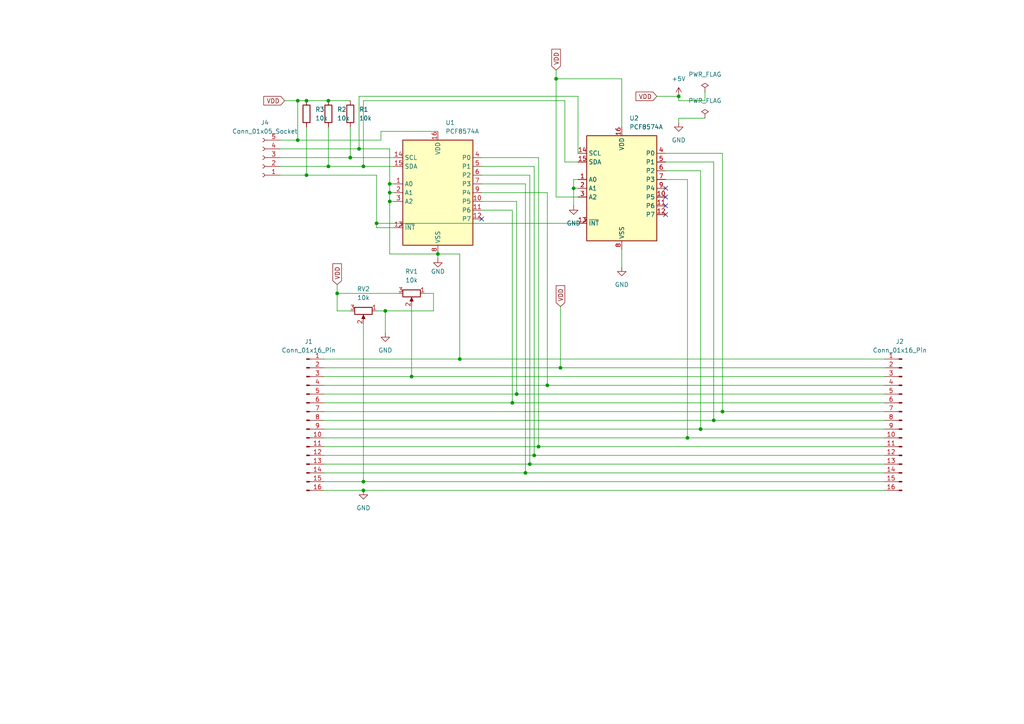
<source format=kicad_sch>
(kicad_sch (version 20231120) (generator "eeschema") (generator_version "8.0")
  (paper "A4")
  (lib_symbols
    (symbol "Connector:Conn_01x05_Socket" (pin_names (offset 1.016) hide)
      (property "Reference" "J4" (at -0.635 -10.16 0))
      (property "Value" "Conn_01x05_Socket" (at -0.635 -7.62 0))
      (symbol "Conn_01x05_Socket_1_1"
        (arc (start 0 -4.572) (mid -0.5058 -5.08) (end 0 -5.588) (stroke (width 0.1524)))
        (arc (start 0 -2.032) (mid -0.5058 -2.54) (end 0 -3.048) (stroke (width 0.1524)))
        (polyline (pts (xy -1.27 -5.08) (xy -0.508 -5.08)) (stroke (width 0.1524)))
        (polyline (pts (xy -1.27 -2.54) (xy -0.508 -2.54)) (stroke (width 0.1524)))
        (polyline (pts (xy -1.27 0) (xy -0.508 0)) (stroke (width 0.1524)))
        (polyline (pts (xy -1.27 2.54) (xy -0.508 2.54)) (stroke (width 0.1524)))
        (polyline (pts (xy -1.27 5.08) (xy -0.508 5.08)) (stroke (width 0.1524)))
        (arc (start 0 0.508) (mid -0.5058 0) (end 0 -0.508) (stroke (width 0.1524)))
        (arc (start 0 3.048) (mid -0.5058 2.54) (end 0 2.032) (stroke (width 0.1524)))
        (arc (start 0 5.588) (mid -0.5058 5.08) (end 0 4.572) (stroke (width 0.1524)))
        (pin passive line (at -5.08 5.08 0) (length 3.81) (name "Pin_VDD") (number "1"))
        (pin passive line (at -5.08 2.54 0) (length 3.81) (name "Pin_GND") (number "2"))
        (pin passive line (at -5.08 0 0) (length 3.81) (name "Pin_SCL") (number "3"))
        (pin passive line (at -5.08 -2.54 0) (length 3.81) (name "Pin_SDA") (number "4"))
        (pin passive line (at -5.08 -5.08 0) (length 3.81) (name "Pin_INT") (number "5"))
      )
    )
    (symbol "Connector:Conn_01x16_Pin" (pin_names (offset 1.016) hide)
      (property "Reference" "J" (at 0 20.32 0))
      (property "Value" "Conn_01x16_Pin" (at 0 -22.86 0))
      (symbol "Conn_01x16_Pin_1_1"
        (polyline (pts (xy 1.27 -20.32) (xy 0.8636 -20.32)) (stroke (width 0.1524)))
        (polyline (pts (xy 1.27 -17.78) (xy 0.8636 -17.78)) (stroke (width 0.1524)))
        (polyline (pts (xy 1.27 -15.24) (xy 0.8636 -15.24)) (stroke (width 0.1524)))
        (polyline (pts (xy 1.27 -12.7) (xy 0.8636 -12.7)) (stroke (width 0.1524)))
        (polyline (pts (xy 1.27 -10.16) (xy 0.8636 -10.16)) (stroke (width 0.1524)))
        (polyline (pts (xy 1.27 -7.62) (xy 0.8636 -7.62)) (stroke (width 0.1524)))
        (polyline (pts (xy 1.27 -5.08) (xy 0.8636 -5.08)) (stroke (width 0.1524)))
        (polyline (pts (xy 1.27 -2.54) (xy 0.8636 -2.54)) (stroke (width 0.1524)))
        (polyline (pts (xy 1.27 0) (xy 0.8636 0)) (stroke (width 0.1524)))
        (polyline (pts (xy 1.27 2.54) (xy 0.8636 2.54)) (stroke (width 0.1524)))
        (polyline (pts (xy 1.27 5.08) (xy 0.8636 5.08)) (stroke (width 0.1524)))
        (polyline (pts (xy 1.27 7.62) (xy 0.8636 7.62)) (stroke (width 0.1524)))
        (polyline (pts (xy 1.27 10.16) (xy 0.8636 10.16)) (stroke (width 0.1524)))
        (polyline (pts (xy 1.27 12.7) (xy 0.8636 12.7)) (stroke (width 0.1524)))
        (polyline (pts (xy 1.27 15.24) (xy 0.8636 15.24)) (stroke (width 0.1524)))
        (polyline (pts (xy 1.27 17.78) (xy 0.8636 17.78)) (stroke (width 0.1524)))
        (rectangle (start 0.8636 -20.193) (end 0 -20.447) (stroke (width 0.1524)) (fill (type outline)))
        (rectangle (start 0.8636 -17.653) (end 0 -17.907) (stroke (width 0.1524)) (fill (type outline)))
        (rectangle (start 0.8636 -15.113) (end 0 -15.367) (stroke (width 0.1524)) (fill (type outline)))
        (rectangle (start 0.8636 -12.573) (end 0 -12.827) (stroke (width 0.1524)) (fill (type outline)))
        (rectangle (start 0.8636 -10.033) (end 0 -10.287) (stroke (width 0.1524)) (fill (type outline)))
        (rectangle (start 0.8636 -7.493) (end 0 -7.747) (stroke (width 0.1524)) (fill (type outline)))
        (rectangle (start 0.8636 -4.953) (end 0 -5.207) (stroke (width 0.1524)) (fill (type outline)))
        (rectangle (start 0.8636 -2.413) (end 0 -2.667) (stroke (width 0.1524)) (fill (type outline)))
        (rectangle (start 0.8636 0.127) (end 0 -0.127) (stroke (width 0.1524)) (fill (type outline)))
        (rectangle (start 0.8636 2.667) (end 0 2.413) (stroke (width 0.1524)) (fill (type outline)))
        (rectangle (start 0.8636 5.207) (end 0 4.953) (stroke (width 0.1524)) (fill (type outline)))
        (rectangle (start 0.8636 7.747) (end 0 7.493) (stroke (width 0.1524)) (fill (type outline)))
        (rectangle (start 0.8636 10.287) (end 0 10.033) (stroke (width 0.1524)) (fill (type outline)))
        (rectangle (start 0.8636 12.827) (end 0 12.573) (stroke (width 0.1524)) (fill (type outline)))
        (rectangle (start 0.8636 15.367) (end 0 15.113) (stroke (width 0.1524)) (fill (type outline)))
        (rectangle (start 0.8636 17.907) (end 0 17.653) (stroke (width 0.1524)) (fill (type outline)))
        (pin passive line (at 5.08 17.78 180) (length 3.81) (name "Pin_1") (number "1"))
        (pin passive line (at 5.08 -5.08 180) (length 3.81) (name "Pin_10") (number "10"))
        (pin passive line (at 5.08 -7.62 180) (length 3.81) (name "Pin_11") (number "11"))
        (pin passive line (at 5.08 -10.16 180) (length 3.81) (name "Pin_12") (number "12"))
        (pin passive line (at 5.08 -12.7 180) (length 3.81) (name "Pin_13") (number "13"))
        (pin passive line (at 5.08 -15.24 180) (length 3.81) (name "Pin_14") (number "14"))
        (pin passive line (at 5.08 -17.78 180) (length 3.81) (name "Pin_15") (number "15"))
        (pin passive line (at 5.08 -20.32 180) (length 3.81) (name "Pin_16") (number "16"))
        (pin passive line (at 5.08 15.24 180) (length 3.81) (name "Pin_2") (number "2"))
        (pin passive line (at 5.08 12.7 180) (length 3.81) (name "Pin_3") (number "3"))
        (pin passive line (at 5.08 10.16 180) (length 3.81) (name "Pin_4") (number "4"))
        (pin passive line (at 5.08 7.62 180) (length 3.81) (name "Pin_5") (number "5"))
        (pin passive line (at 5.08 5.08 180) (length 3.81) (name "Pin_6") (number "6"))
        (pin passive line (at 5.08 2.54 180) (length 3.81) (name "Pin_7") (number "7"))
        (pin passive line (at 5.08 0 180) (length 3.81) (name "Pin_8") (number "8"))
        (pin passive line (at 5.08 -2.54 180) (length 3.81) (name "Pin_9") (number "9"))
      )
    )
    (symbol "Device:R" (pin_numbers hide) (pin_names (offset 0))
      (property "Reference" "R" (at 2.032 0 90))
      (property "Value" "R" (at 0 0 90))
      (symbol "R_0_1"
        (rectangle (start -1.016 -2.54) (end 1.016 2.54) (stroke (width 0.254)))
      )
      (symbol "R_1_1"
        (pin passive line (at 0 3.81 270) (length 1.27) (name "~") (number "1"))
        (pin passive line (at 0 -3.81 90) (length 1.27) (name "~") (number "2"))
      )
    )
    (symbol "Device:R_Potentiometer" (pin_names (offset 1.016) hide)
      (property "Reference" "RV" (at -4.445 0 90))
      (property "Value" "R_Potentiometer" (at -2.54 0 90))
      (symbol "R_Potentiometer_0_1"
        (polyline (pts (xy 2.54 0) (xy 1.524 0)))
        (polyline (pts (xy 1.143 0) (xy 2.286 0.508) (xy 2.286 -0.508) (xy 1.143 0)) (fill (type outline)))
        (rectangle (start 1.016 2.54) (end -1.016 -2.54) (stroke (width 0.254)))
      )
      (symbol "R_Potentiometer_1_1"
        (pin passive line (at 0 3.81 270) (length 1.27) (name "1") (number "1"))
        (pin passive line (at 3.81 0 180) (length 1.27) (name "2") (number "2"))
        (pin passive line (at 0 -3.81 90) (length 1.27) (name "3") (number "3"))
      )
    )
    (symbol "Interface_Expansion:PCF8574A"
      (property "Reference" "U" (at -8.89 16.51 0))
      (property "Value" "PCF8574A" (at 2.54 16.51 0))
      (symbol "PCF8574A_0_1"
        (rectangle (start -10.16 15.24) (end 10.16 -15.24) (stroke (width 0.254)) (fill (type background)))
      )
      (symbol "PCF8574A_1_1"
        (pin input line (at -12.7 2.54 0) (length 2.54) (name "A0") (number "1"))
        (pin bidirectional line (at 12.7 -2.54 180) (length 2.54) (name "P5") (number "10"))
        (pin bidirectional line (at 12.7 -5.08 180) (length 2.54) (name "P6") (number "11"))
        (pin bidirectional line (at 12.7 -7.62 180) (length 2.54) (name "P7") (number "12"))
        (pin open_collector output_low (at -12.7 -10.16 0) (length 2.54) (name "~{INT}") (number "13"))
        (pin input line (at -12.7 10.16 0) (length 2.54) (name "SCL") (number "14"))
        (pin bidirectional line (at -12.7 7.62 0) (length 2.54) (name "SDA") (number "15"))
        (pin power_in line (at 0 17.78 270) (length 2.54) (name "VDD") (number "16"))
        (pin input line (at -12.7 0 0) (length 2.54) (name "A1") (number "2"))
        (pin input line (at -12.7 -2.54 0) (length 2.54) (name "A2") (number "3"))
        (pin bidirectional line (at 12.7 10.16 180) (length 2.54) (name "P0") (number "4"))
        (pin bidirectional line (at 12.7 7.62 180) (length 2.54) (name "P1") (number "5"))
        (pin bidirectional line (at 12.7 5.08 180) (length 2.54) (name "P2") (number "6"))
        (pin bidirectional line (at 12.7 2.54 180) (length 2.54) (name "P3") (number "7"))
        (pin power_in line (at 0 -17.78 90) (length 2.54) (name "VSS") (number "8"))
        (pin bidirectional line (at 12.7 0 180) (length 2.54) (name "P4") (number "9"))
      )
    )
    (symbol "power:+5V" (power) (pin_numbers hide) (pin_names (offset 0) hide)
      (property "Value" "+5V" (at 0 3.556 0))
      (symbol "+5V_0_1"
        (polyline (pts (xy -0.762 1.27) (xy 0 2.54)))
        (polyline (pts (xy 0 0) (xy 0 2.54)))
        (polyline (pts (xy 0 2.54) (xy 0.762 1.27)))
      )
      (symbol "+5V_1_1"
        (pin power_in line (at 0 0 90) (length 0) (name "~") (number "1"))
      )
    )
    (symbol "power:GND" (power) (pin_numbers hide) (pin_names (offset 0) hide)
      (property "Value" "GND" (at 0 -3.81 0))
      (symbol "GND_0_1"
        (polyline (pts (xy 0 0) (xy 0 -1.27) (xy 1.27 -1.27) (xy 0 -2.54) (xy -1.27 -1.27) (xy 0 -1.27)))
      )
      (symbol "GND_1_1"
        (pin power_in line (at 0 0 270) (length 0) (name "~") (number "1"))
      )
    )
    (symbol "power:PWR_FLAG" (power) (pin_numbers hide) (pin_names (offset 0) hide)
      (property "Value" "PWR_FLAG" (at 0 3.81 0))
      (symbol "PWR_FLAG_0_0"
        (pin power_out line (at 0 0 90) (length 0) (name "~") (number "1"))
      )
      (symbol "PWR_FLAG_0_1"
        (polyline (pts (xy 0 0) (xy 0 1.27) (xy -1.016 1.905) (xy 0 2.54) (xy 1.016 1.905) (xy 0 1.27)))
      )
    )
  )
  (junction (at 161.29 22.86))
  (junction (at 158.75 111.76))
  (junction (at 149.86 114.3))
  (junction (at 152.4 137.16))
  (junction (at 86.36 29.21))
  (junction (at 207.01 121.92))
  (junction (at 127 73.66))
  (junction (at 101.6 45.72))
  (junction (at 95.25 29.21))
  (junction (at 166.37 54.61))
  (junction (at 105.41 142.24))
  (junction (at 105.41 139.7))
  (junction (at 209.55 119.38))
  (junction (at 109.22 64.77))
  (junction (at 113.03 55.88))
  (junction (at 153.67 134.62))
  (junction (at 156.21 129.54))
  (junction (at 119.38 109.22))
  (junction (at 154.94 132.08))
  (junction (at 148.59 116.84))
  (junction (at 105.41 48.26))
  (junction (at 199.39 127))
  (junction (at 111.76 90.17))
  (junction (at 88.9 50.8))
  (junction (at 196.85 27.94))
  (junction (at 162.56 106.68))
  (junction (at 95.25 48.26))
  (junction (at 97.79 85.09))
  (junction (at 88.9 29.21))
  (junction (at 113.03 58.42))
  (junction (at 113.03 53.34))
  (junction (at 203.2 124.46))
  (junction (at 133.35 104.14))
  (junction (at 86.36 40.64))
  (junction (at 104.14 43.18))
  (no_connect (at 193.04 59.69))
  (no_connect (at 193.04 54.61))
  (no_connect (at 193.04 57.15))
  (no_connect (at 139.7 63.5))
  (no_connect (at 193.04 62.23))
  (wire (pts (xy 93.98 127) (xy 199.39 127)))
  (wire (pts (xy 113.03 55.88) (xy 113.03 58.42)))
  (wire (pts (xy 203.2 124.46) (xy 256.54 124.46)))
  (wire (pts (xy 86.36 29.21) (xy 86.36 40.64)))
  (wire (pts (xy 196.85 34.29) (xy 196.85 35.56)))
  (wire (pts (xy 88.9 36.83) (xy 88.9 50.8)))
  (wire (pts (xy 207.01 121.92) (xy 256.54 121.92)))
  (wire (pts (xy 93.98 121.92) (xy 207.01 121.92)))
  (wire (pts (xy 97.79 90.17) (xy 97.79 85.09)))
  (wire (pts (xy 104.14 27.94) (xy 104.14 43.18)))
  (wire (pts (xy 161.29 22.86) (xy 180.34 22.86)))
  (wire (pts (xy 105.41 48.26) (xy 114.3 48.26)))
  (wire (pts (xy 101.6 45.72) (xy 81.28 45.72)))
  (wire (pts (xy 113.03 43.18) (xy 113.03 53.34)))
  (wire (pts (xy 125.73 85.09) (xy 123.19 85.09)))
  (wire (pts (xy 162.56 88.9) (xy 162.56 106.68)))
  (wire (pts (xy 93.98 114.3) (xy 149.86 114.3)))
  (wire (pts (xy 167.64 46.99) (xy 163.83 46.99)))
  (wire (pts (xy 139.7 58.42) (xy 149.86 58.42)))
  (wire (pts (xy 153.67 50.8) (xy 153.67 134.62)))
  (wire (pts (xy 180.34 72.39) (xy 180.34 77.47)))
  (wire (pts (xy 97.79 85.09) (xy 97.79 82.55)))
  (wire (pts (xy 161.29 20.32) (xy 161.29 22.86)))
  (wire (pts (xy 93.98 132.08) (xy 154.94 132.08)))
  (wire (pts (xy 125.73 90.17) (xy 125.73 85.09)))
  (wire (pts (xy 167.64 57.15) (xy 161.29 57.15)))
  (wire (pts (xy 93.98 106.68) (xy 162.56 106.68)))
  (wire (pts (xy 114.3 53.34) (xy 113.03 53.34)))
  (wire (pts (xy 161.29 22.86) (xy 161.29 57.15)))
  (wire (pts (xy 167.64 64.77) (xy 109.22 64.77)))
  (wire (pts (xy 133.35 73.66) (xy 133.35 104.14)))
  (wire (pts (xy 139.7 50.8) (xy 153.67 50.8)))
  (wire (pts (xy 139.7 48.26) (xy 154.94 48.26)))
  (wire (pts (xy 93.98 119.38) (xy 209.55 119.38)))
  (wire (pts (xy 101.6 36.83) (xy 101.6 45.72)))
  (wire (pts (xy 139.7 60.96) (xy 148.59 60.96)))
  (wire (pts (xy 190.5 27.94) (xy 196.85 27.94)))
  (wire (pts (xy 149.86 58.42) (xy 149.86 114.3)))
  (wire (pts (xy 88.9 29.21) (xy 95.25 29.21)))
  (wire (pts (xy 203.2 49.53) (xy 203.2 124.46)))
  (wire (pts (xy 199.39 52.07) (xy 199.39 127)))
  (wire (pts (xy 95.25 48.26) (xy 105.41 48.26)))
  (wire (pts (xy 167.64 52.07) (xy 166.37 52.07)))
  (wire (pts (xy 152.4 137.16) (xy 256.54 137.16)))
  (wire (pts (xy 148.59 116.84) (xy 256.54 116.84)))
  (wire (pts (xy 193.04 49.53) (xy 203.2 49.53)))
  (wire (pts (xy 119.38 109.22) (xy 256.54 109.22)))
  (wire (pts (xy 156.21 129.54) (xy 256.54 129.54)))
  (wire (pts (xy 114.3 45.72) (xy 101.6 45.72)))
  (wire (pts (xy 180.34 22.86) (xy 180.34 36.83)))
  (wire (pts (xy 105.41 93.98) (xy 105.41 139.7)))
  (wire (pts (xy 95.25 29.21) (xy 101.6 29.21)))
  (wire (pts (xy 133.35 104.14) (xy 256.54 104.14)))
  (wire (pts (xy 81.28 48.26) (xy 95.25 48.26)))
  (wire (pts (xy 111.76 90.17) (xy 125.73 90.17)))
  (wire (pts (xy 109.22 50.8) (xy 88.9 50.8)))
  (wire (pts (xy 88.9 50.8) (xy 81.28 50.8)))
  (wire (pts (xy 111.76 90.17) (xy 111.76 96.52)))
  (wire (pts (xy 127 73.66) (xy 133.35 73.66)))
  (wire (pts (xy 101.6 90.17) (xy 97.79 90.17)))
  (wire (pts (xy 113.03 73.66) (xy 127 73.66)))
  (wire (pts (xy 149.86 114.3) (xy 256.54 114.3)))
  (wire (pts (xy 93.98 137.16) (xy 152.4 137.16)))
  (wire (pts (xy 139.7 55.88) (xy 158.75 55.88)))
  (wire (pts (xy 97.79 85.09) (xy 115.57 85.09)))
  (wire (pts (xy 158.75 55.88) (xy 158.75 111.76)))
  (wire (pts (xy 93.98 134.62) (xy 153.67 134.62)))
  (wire (pts (xy 167.64 27.94) (xy 104.14 27.94)))
  (wire (pts (xy 86.36 40.64) (xy 110.49 40.64)))
  (wire (pts (xy 93.98 124.46) (xy 203.2 124.46)))
  (wire (pts (xy 204.47 26.67) (xy 204.47 29.21)))
  (wire (pts (xy 119.38 88.9) (xy 119.38 109.22)))
  (wire (pts (xy 113.03 53.34) (xy 113.03 55.88)))
  (wire (pts (xy 154.94 48.26) (xy 154.94 132.08)))
  (wire (pts (xy 204.47 34.29) (xy 196.85 34.29)))
  (wire (pts (xy 166.37 54.61) (xy 167.64 54.61)))
  (wire (pts (xy 148.59 60.96) (xy 148.59 116.84)))
  (wire (pts (xy 110.49 40.64) (xy 110.49 38.1)))
  (wire (pts (xy 154.94 132.08) (xy 256.54 132.08)))
  (wire (pts (xy 127 73.66) (xy 127 74.93)))
  (wire (pts (xy 193.04 52.07) (xy 199.39 52.07)))
  (wire (pts (xy 193.04 46.99) (xy 207.01 46.99)))
  (wire (pts (xy 199.39 127) (xy 256.54 127)))
  (wire (pts (xy 193.04 44.45) (xy 209.55 44.45)))
  (wire (pts (xy 163.83 46.99) (xy 163.83 29.21)))
  (wire (pts (xy 163.83 29.21) (xy 105.41 29.21)))
  (wire (pts (xy 113.03 55.88) (xy 114.3 55.88)))
  (wire (pts (xy 139.7 45.72) (xy 156.21 45.72)))
  (wire (pts (xy 104.14 43.18) (xy 113.03 43.18)))
  (wire (pts (xy 109.22 50.8) (xy 109.22 64.77)))
  (wire (pts (xy 162.56 106.68) (xy 256.54 106.68)))
  (wire (pts (xy 95.25 36.83) (xy 95.25 48.26)))
  (wire (pts (xy 204.47 29.21) (xy 196.85 29.21)))
  (wire (pts (xy 152.4 53.34) (xy 152.4 137.16)))
  (wire (pts (xy 196.85 29.21) (xy 196.85 27.94)))
  (wire (pts (xy 209.55 119.38) (xy 256.54 119.38)))
  (wire (pts (xy 93.98 104.14) (xy 133.35 104.14)))
  (wire (pts (xy 113.03 58.42) (xy 113.03 73.66)))
  (wire (pts (xy 139.7 53.34) (xy 152.4 53.34)))
  (wire (pts (xy 93.98 109.22) (xy 119.38 109.22)))
  (wire (pts (xy 153.67 134.62) (xy 256.54 134.62)))
  (wire (pts (xy 110.49 38.1) (xy 127 38.1)))
  (wire (pts (xy 166.37 54.61) (xy 166.37 59.69)))
  (wire (pts (xy 86.36 40.64) (xy 81.28 40.64)))
  (wire (pts (xy 166.37 52.07) (xy 166.37 54.61)))
  (wire (pts (xy 109.22 90.17) (xy 111.76 90.17)))
  (wire (pts (xy 93.98 129.54) (xy 156.21 129.54)))
  (wire (pts (xy 105.41 139.7) (xy 256.54 139.7)))
  (wire (pts (xy 81.28 43.18) (xy 104.14 43.18)))
  (wire (pts (xy 93.98 116.84) (xy 148.59 116.84)))
  (wire (pts (xy 209.55 44.45) (xy 209.55 119.38)))
  (wire (pts (xy 158.75 111.76) (xy 256.54 111.76)))
  (wire (pts (xy 113.03 58.42) (xy 114.3 58.42)))
  (wire (pts (xy 93.98 142.24) (xy 105.41 142.24)))
  (wire (pts (xy 207.01 46.99) (xy 207.01 121.92)))
  (wire (pts (xy 105.41 142.24) (xy 256.54 142.24)))
  (wire (pts (xy 109.22 64.77) (xy 109.22 66.04)))
  (wire (pts (xy 105.41 29.21) (xy 105.41 48.26)))
  (wire (pts (xy 82.55 29.21) (xy 86.36 29.21)))
  (wire (pts (xy 86.36 29.21) (xy 88.9 29.21)))
  (wire (pts (xy 114.3 66.04) (xy 109.22 66.04)))
  (wire (pts (xy 93.98 111.76) (xy 158.75 111.76)))
  (wire (pts (xy 167.64 44.45) (xy 167.64 27.94)))
  (wire (pts (xy 93.98 139.7) (xy 105.41 139.7)))
  (wire (pts (xy 156.21 45.72) (xy 156.21 129.54)))
  (global_label "VDD" (shape input) (at 97.79 82.55 90) (property "Intersheetrefs" "${INTERSHEET_REFS}" (effects (hide yes))))
  (global_label "VDD" (shape input) (at 82.55 29.21 180) (property "Intersheetrefs" "${INTERSHEET_REFS}" (effects (hide yes))))
  (global_label "VDD" (shape input) (at 190.5 27.94 180) (property "Intersheetrefs" "${INTERSHEET_REFS}" (effects (hide yes))))
  (global_label "VDD" (shape input) (at 161.29 20.32 90) (property "Intersheetrefs" "${INTERSHEET_REFS}" (effects (hide yes))))
  (global_label "VDD" (shape input) (at 162.56 88.9 90) (property "Intersheetrefs" "${INTERSHEET_REFS}" (effects (hide yes))))
  (symbol (lib_id "Device:R") (at 95.25 33.02 0) (unit 1)
    (property "Reference" "R2" (at 97.79 31.7499 0) (effects (justify left)))
    (property "Value" "10k" (at 97.79 34.2899 0) (effects (justify left)))
    (property "Footprint" "Resistor_THT:R_Axial_DIN0204_L3.6mm_D1.6mm_P5.08mm_Horizontal" (effects (hide yes)))
    (property "Description" "Resistor" (effects (hide yes)))
  )
  (symbol (lib_id "Interface_Expansion:PCF8574A") (at 180.34 54.61 0) (unit 1)
    (property "Reference" "U2" (at 182.5341 34.29 0) (effects (justify left)))
    (property "Value" "PCF8574A" (at 182.5341 36.83 0) (effects (justify left)))
    (property "Footprint" "Package_DIP:DIP-16_W7.62mm_Socket" (effects (hide yes)))
    (property "Datasheet" "http://www.nxp.com/docs/en/data-sheet/PCF8574_PCF8574A.pdf" (effects (hide yes)))
    (property "Description" "8 Bit Port/Expander to I2C Bus, DIP/SOIC-16" (effects (hide yes)))
  )
  (symbol (lib_id "power:+5V") (at 196.85 27.94 0) (unit 1)
    (property "Reference" "#PWR04" (effects (hide yes)))
    (property "Value" "+5V" (at 196.85 22.86 0))
    (property "Description" "Power symbol creates a global label with name \"+5V\"" (effects (hide yes)))
  )
  (symbol (lib_id "Device:R") (at 88.9 33.02 0) (unit 1)
    (property "Reference" "R3" (at 91.44 31.7499 0) (effects (justify left)))
    (property "Value" "10k" (at 91.44 34.2899 0) (effects (justify left)))
    (property "Footprint" "Resistor_THT:R_Axial_DIN0204_L3.6mm_D1.6mm_P5.08mm_Horizontal" (effects (hide yes)))
    (property "Description" "Resistor" (effects (hide yes)))
  )
  (symbol (lib_id "power:GND") (at 111.76 96.52 0) (unit 1)
    (property "Reference" "#PWR01" (effects (hide yes)))
    (property "Value" "GND" (at 111.76 101.6 0))
    (property "Description" "Power symbol creates a global label with name \"GND\" , ground" (effects (hide yes)))
  )
  (symbol (lib_id "power:GND") (at 196.85 35.56 0) (unit 1)
    (property "Reference" "#PWR05" (effects (hide yes)))
    (property "Value" "GND" (at 196.85 40.64 0))
    (property "Description" "Power symbol creates a global label with name \"GND\" , ground" (effects (hide yes)))
  )
  (symbol (lib_id "Connector:Conn_01x16_Pin") (at 88.9 121.92 0) (unit 1)
    (property "Reference" "J1" (at 89.535 99.06 0))
    (property "Value" "Conn_01x16_Pin" (at 89.535 101.6 0))
    (property "Footprint" "Connector_PinSocket_2.54mm:PinSocket_1x16_P2.54mm_Vertical" (effects (hide yes)))
    (property "Description" "Generic connector, single row, 01x16, script generated" (effects (hide yes)))
  )
  (symbol (lib_id "power:GND") (at 105.41 142.24 0) (unit 1)
    (property "Reference" "#PWR03" (effects (hide yes)))
    (property "Value" "GND" (at 105.41 147.32 0))
    (property "Description" "Power symbol creates a global label with name \"GND\" , ground" (effects (hide yes)))
  )
  (symbol (lib_id "Device:R") (at 101.6 33.02 0) (unit 1)
    (property "Reference" "R1" (at 104.14 31.7499 0) (effects (justify left)))
    (property "Value" "10k" (at 104.14 34.2899 0) (effects (justify left)))
    (property "Footprint" "Resistor_THT:R_Axial_DIN0204_L3.6mm_D1.6mm_P5.08mm_Horizontal" (effects (hide yes)))
    (property "Description" "Resistor" (effects (hide yes)))
  )
  (symbol (lib_id "Device:R_Potentiometer") (at 105.41 90.17 270) (unit 1)
    (property "Reference" "RV2" (at 105.41 83.82 90))
    (property "Value" "10k" (at 105.41 86.36 90))
    (property "Footprint" "Potentiometer_THT:Potentiometer_ACP_CA6-H2,5_Horizontal" (effects (hide yes)))
    (property "Description" "Potentiometer" (effects (hide yes)))
  )
  (symbol (lib_id "Device:R_Potentiometer") (at 119.38 85.09 270) (unit 1)
    (property "Reference" "RV1" (at 119.38 78.74 90))
    (property "Value" "10k" (at 119.38 81.28 90))
    (property "Footprint" "Potentiometer_THT:Potentiometer_ACP_CA6-H2,5_Horizontal" (effects (hide yes)))
    (property "Description" "Potentiometer" (effects (hide yes)))
  )
  (symbol (lib_id "power:GND") (at 127 74.93 0) (unit 1)
    (property "Reference" "#PWR02" (effects (hide yes)))
    (property "Value" "GND" (at 127 78.74 0))
    (property "Description" "Power symbol creates a global label with name \"GND\" , ground" (effects (hide yes)))
  )
  (symbol (lib_id "power:GND") (at 180.34 77.47 0) (unit 1)
    (property "Reference" "#PWR06" (effects (hide yes)))
    (property "Value" "GND" (at 180.34 82.55 0))
    (property "Description" "Power symbol creates a global label with name \"GND\" , ground" (effects (hide yes)))
  )
  (symbol (lib_id "power:PWR_FLAG") (at 204.47 34.29 0) (unit 1)
    (property "Reference" "#FLG02" (effects (hide yes)))
    (property "Value" "PWR_FLAG" (at 204.47 29.21 0))
    (property "Description" "Special symbol for telling ERC where power comes from" (effects (hide yes)))
  )
  (symbol (lib_id "power:PWR_FLAG") (at 204.47 26.67 0) (unit 1)
    (property "Reference" "#FLG01" (effects (hide yes)))
    (property "Value" "PWR_FLAG" (at 204.47 21.59 0))
    (property "Description" "Special symbol for telling ERC where power comes from" (effects (hide yes)))
  )
  (symbol (lib_id "Connector:Conn_01x16_Pin") (at 261.62 121.92 0) (mirror y) (unit 1)
    (property "Reference" "J2" (at 260.985 99.06 0))
    (property "Value" "Conn_01x16_Pin" (at 260.985 101.6 0))
    (property "Footprint" "Connector_PinSocket_2.54mm:PinSocket_1x16_P2.54mm_Vertical" (effects (hide yes)))
    (property "Description" "Generic connector, single row, 01x16, script generated" (effects (hide yes)))
  )
  (symbol (lib_id "Interface_Expansion:PCF8574A") (at 127 55.88 0) (unit 1)
    (property "Reference" "U1" (at 129.1941 35.56 0) (effects (justify left)))
    (property "Value" "PCF8574A" (at 129.1941 38.1 0) (effects (justify left)))
    (property "Footprint" "Package_DIP:DIP-16_W7.62mm_Socket" (effects (hide yes)))
    (property "Datasheet" "http://www.nxp.com/docs/en/data-sheet/PCF8574_PCF8574A.pdf" (effects (hide yes)))
    (property "Description" "8 Bit Port/Expander to I2C Bus, DIP/SOIC-16" (effects (hide yes)))
  )
  (symbol (lib_id "Connector:Conn_01x05_Socket") (at 76.2 45.72 180) (unit 1)
    (property "Reference" "J4" (at 76.835 35.56 0))
    (property "Value" "Conn_01x05_Socket" (at 76.835 38.1 0))
    (property "Footprint" "Connector_PinSocket_2.54mm:PinSocket_1x05_P2.54mm_Vertical" (effects (hide yes)))
    (property "Description" "Generic connector, single row, 01x05, script generated" (effects (hide yes)))
  )
  (symbol (lib_id "power:GND") (at 166.37 59.69 0) (unit 1)
    (property "Reference" "#PWR07" (effects (hide yes)))
    (property "Value" "GND" (at 166.37 64.77 0))
    (property "Description" "Power symbol creates a global label with name \"GND\" , ground" (effects (hide yes)))
  )
)
</source>
